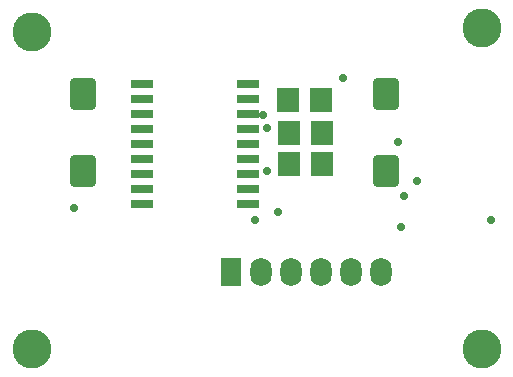
<source format=gts>
G04*
G04 #@! TF.GenerationSoftware,Altium Limited,Altium Designer,19.0.12 (326)*
G04*
G04 Layer_Color=8388736*
%FSLAX25Y25*%
%MOIN*%
G70*
G01*
G75*
%ADD19R,0.07493X0.07887*%
G04:AMPARAMS|DCode=20|XSize=106.42mil|YSize=86.74mil|CornerRadius=13.84mil|HoleSize=0mil|Usage=FLASHONLY|Rotation=270.000|XOffset=0mil|YOffset=0mil|HoleType=Round|Shape=RoundedRectangle|*
%AMROUNDEDRECTD20*
21,1,0.10642,0.05906,0,0,270.0*
21,1,0.07874,0.08674,0,0,270.0*
1,1,0.02769,-0.02953,-0.03937*
1,1,0.02769,-0.02953,0.03937*
1,1,0.02769,0.02953,0.03937*
1,1,0.02769,0.02953,-0.03937*
%
%ADD20ROUNDEDRECTD20*%
%ADD21R,0.07400X0.02800*%
%ADD22O,0.07099X0.09461*%
%ADD23R,0.07099X0.09461*%
%ADD24C,0.02800*%
%ADD25C,0.13005*%
D19*
X199122Y452500D02*
D03*
X210146D02*
D03*
X199122Y442000D02*
D03*
X210146D02*
D03*
X198988Y463500D02*
D03*
X210012D02*
D03*
D20*
X231500Y439705D02*
D03*
Y465295D02*
D03*
X130500Y439705D02*
D03*
Y465295D02*
D03*
D21*
X150400Y468763D02*
D03*
Y463763D02*
D03*
Y458763D02*
D03*
Y453763D02*
D03*
Y448763D02*
D03*
Y443763D02*
D03*
Y438763D02*
D03*
Y433763D02*
D03*
Y428763D02*
D03*
X185600D02*
D03*
Y433763D02*
D03*
Y438763D02*
D03*
Y443763D02*
D03*
Y448763D02*
D03*
Y453763D02*
D03*
Y458763D02*
D03*
Y463763D02*
D03*
Y468763D02*
D03*
D22*
X230000Y406000D02*
D03*
X220000D02*
D03*
X210000D02*
D03*
X200000D02*
D03*
X190000D02*
D03*
D23*
X180000D02*
D03*
D24*
X217403Y470663D02*
D03*
X127500Y427500D02*
D03*
X266500Y423500D02*
D03*
X242000Y436500D02*
D03*
X192000Y454000D02*
D03*
X190500Y458500D02*
D03*
X191776Y439604D02*
D03*
X195500Y426000D02*
D03*
X188000Y423500D02*
D03*
X236500Y421000D02*
D03*
X237500Y431500D02*
D03*
X235500Y449500D02*
D03*
D25*
X113500Y485971D02*
D03*
Y380500D02*
D03*
X263500D02*
D03*
Y487200D02*
D03*
M02*

</source>
